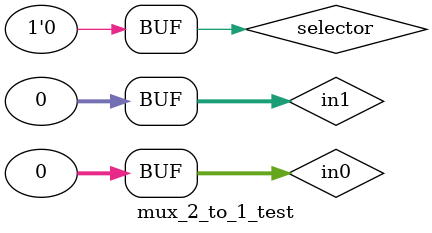
<source format=v>
`timescale 1ns / 1ps


module mux_2_to_1_test;

	// Inputs
	reg selector;
	reg [31:0] in0;
	reg [31:0] in1;

	// Outputs
	wire [31:0] out;

	// Instantiate the Unit Under Test (UUT)
	mux_2_to_1 uut (
		.selector(selector), 
		.in0(in0), 
		.in1(in1), 
		.out(out)
	);

	initial begin
		// Initialize Inputs
		selector = 0;
		in0 = 0;
		in1 = 0;

		// Wait 100 ns for global reset to finish
		#100;
        
		// Add stimulus here

	end
      
endmodule


</source>
